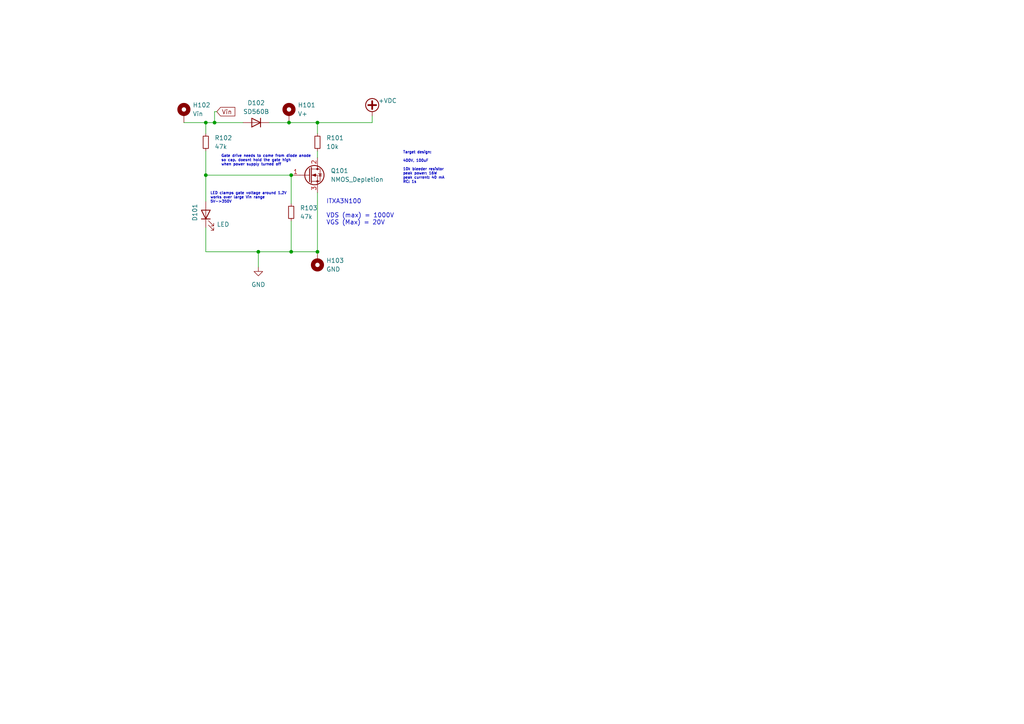
<source format=kicad_sch>
(kicad_sch (version 20230121) (generator eeschema)
  (paper "A4")
  (lib_symbols
    (symbol "Device:D" (pin_numbers hide) (pin_names (offset 1.016) hide)
      (property "Reference" "D" (at 0 2.54 0))
      (property "Value" "D" (at 0 -2.54 0))
      (symbol "D_0_1"
        (polyline (pts (xy -1.27 1.27) (xy -1.27 -1.27)) (stroke (width 0.254)))
        (polyline (pts (xy 1.27 0) (xy -1.27 0)))
        (polyline (pts (xy 1.27 1.27) (xy 1.27 -1.27) (xy -1.27 0) (xy 1.27 1.27)) (stroke (width 0.254)))
      )
      (symbol "D_1_1"
        (pin passive line (at -3.81 0 0) (length 2.54) (name "K") (number "1"))
        (pin passive line (at 3.81 0 180) (length 2.54) (name "A") (number "2"))
      )
    )
    (symbol "Device:LED" (pin_numbers hide) (pin_names (offset 1.016) hide)
      (property "Reference" "D" (at 0 2.54 0))
      (property "Value" "LED" (at 0 -2.54 0))
      (symbol "LED_0_1"
        (polyline (pts (xy -1.27 -1.27) (xy -1.27 1.27)) (stroke (width 0.254)))
        (polyline (pts (xy -1.27 0) (xy 1.27 0)))
        (polyline (pts (xy 1.27 -1.27) (xy 1.27 1.27) (xy -1.27 0) (xy 1.27 -1.27)) (stroke (width 0.254)))
        (polyline (pts (xy -3.048 -0.762) (xy -4.572 -2.286) (xy -3.81 -2.286) (xy -4.572 -2.286) (xy -4.572 -1.524)))
        (polyline (pts (xy -1.778 -0.762) (xy -3.302 -2.286) (xy -2.54 -2.286) (xy -3.302 -2.286) (xy -3.302 -1.524)))
      )
      (symbol "LED_1_1"
        (pin passive line (at -3.81 0 0) (length 2.54) (name "K") (number "1"))
        (pin passive line (at 3.81 0 180) (length 2.54) (name "A") (number "2"))
      )
    )
    (symbol "Device:Q_NMOS_Depletion_GDS" (pin_names (offset 0) hide)
      (property "Reference" "Q" (at 5.08 1.905 0))
      (property "Value" "Q_NMOS_Depletion_GDS" (at 5.08 0 0))
      (symbol "Q_NMOS_Depletion_GDS_0_1"
        (polyline (pts (xy 0.254 0) (xy -2.54 0)))
        (polyline (pts (xy 0.254 1.905) (xy 0.254 -1.905)) (stroke (width 0.254)))
        (polyline (pts (xy 0.762 2.286) (xy 0.762 -2.286)) (stroke (width 0.254)))
        (polyline (pts (xy 2.54 2.54) (xy 2.54 1.778)))
        (polyline (pts (xy 2.54 -2.54) (xy 2.54 0) (xy 0.762 0)))
        (polyline (pts (xy 0.762 -1.778) (xy 3.302 -1.778) (xy 3.302 1.778) (xy 0.762 1.778)))
        (polyline (pts (xy 1.016 0) (xy 2.032 0.381) (xy 2.032 -0.381) (xy 1.016 0)) (fill (type outline)))
        (polyline (pts (xy 2.794 0.508) (xy 2.921 0.381) (xy 3.683 0.381) (xy 3.81 0.254)))
        (polyline (pts (xy 3.302 0.381) (xy 2.921 -0.254) (xy 3.683 -0.254) (xy 3.302 0.381)))
        (circle (center 1.651 0) (radius 2.794) (stroke (width 0.254)))
        (circle (center 2.54 -1.778) (radius 0.254) (fill (type outline)))
        (circle (center 2.54 1.778) (radius 0.254) (fill (type outline)))
      )
      (symbol "Q_NMOS_Depletion_GDS_1_1"
        (pin input line (at -5.08 0 0) (length 2.54) (name "G") (number "1"))
        (pin passive line (at 2.54 5.08 270) (length 2.54) (name "D") (number "2"))
        (pin passive line (at 2.54 -5.08 90) (length 2.54) (name "S") (number "3"))
      )
    )
    (symbol "Device:R_Small" (pin_numbers hide) (pin_names (offset 0.254) hide)
      (property "Reference" "R" (at 0.762 0.508 0))
      (property "Value" "R_Small" (at 0.762 -1.016 0))
      (symbol "R_Small_0_1"
        (rectangle (start -0.762 1.778) (end 0.762 -1.778) (stroke (width 0.2032)))
      )
      (symbol "R_Small_1_1"
        (pin passive line (at 0 2.54 270) (length 0.762) (name "~") (number "1"))
        (pin passive line (at 0 -2.54 90) (length 0.762) (name "~") (number "2"))
      )
    )
    (symbol "Mechanical:MountingHole_Pad" (pin_numbers hide) (pin_names (offset 1.016) hide)
      (property "Reference" "H" (at 0 6.35 0))
      (property "Value" "MountingHole_Pad" (at 0 4.445 0))
      (symbol "MountingHole_Pad_0_1"
        (circle (center 0 1.27) (radius 1.27) (stroke (width 1.27)))
      )
      (symbol "MountingHole_Pad_1_1"
        (pin input line (at 0 -2.54 90) (length 2.54) (name "1") (number "1"))
      )
    )
    (symbol "power:+VDC" (power) (pin_names (offset 0))
      (property "Value" "+VDC" (at 0 6.35 0))
      (symbol "+VDC_0_1"
        (polyline (pts (xy -1.143 3.175) (xy 1.143 3.175)) (stroke (width 0.508)))
        (polyline (pts (xy 0 0) (xy 0 1.27)))
        (polyline (pts (xy 0 2.032) (xy 0 4.318)) (stroke (width 0.508)))
        (circle (center 0 3.175) (radius 1.905) (stroke (width 0.254)))
      )
      (symbol "+VDC_1_1"
        (pin power_in line (at 0 0 90) (length 0) hide (name "+VDC") (number "1"))
      )
    )
    (symbol "power:GND" (power) (pin_names (offset 0))
      (property "Value" "GND" (at 0 -3.81 0))
      (symbol "GND_0_1"
        (polyline (pts (xy 0 0) (xy 0 -1.27) (xy 1.27 -1.27) (xy 0 -2.54) (xy -1.27 -1.27) (xy 0 -1.27)))
      )
      (symbol "GND_1_1"
        (pin power_in line (at 0 0 270) (length 0) hide (name "GND") (number "1"))
      )
    )
  )
  (junction (at 59.69 35.56))
  (junction (at 92.075 73.025))
  (junction (at 84.455 73.025))
  (junction (at 59.69 50.8))
  (junction (at 84.455 50.8))
  (junction (at 62.23 35.56))
  (junction (at 92.075 35.56))
  (junction (at 74.93 73.025))
  (junction (at 83.82 35.56))
  (wire (pts (xy 62.865 32.385) (xy 62.23 32.385)))
  (wire (pts (xy 83.82 35.56) (xy 92.075 35.56)))
  (wire (pts (xy 78.105 35.56) (xy 83.82 35.56)))
  (wire (pts (xy 59.69 38.735) (xy 59.69 35.56)))
  (wire (pts (xy 92.075 73.025) (xy 92.075 55.88)))
  (wire (pts (xy 59.69 43.815) (xy 59.69 50.8)))
  (wire (pts (xy 53.34 35.56) (xy 59.69 35.56)))
  (wire (pts (xy 84.455 64.135) (xy 84.455 73.025)))
  (wire (pts (xy 62.23 32.385) (xy 62.23 35.56)))
  (wire (pts (xy 84.455 73.025) (xy 92.075 73.025)))
  (wire (pts (xy 74.93 73.025) (xy 84.455 73.025)))
  (wire (pts (xy 59.69 50.8) (xy 84.455 50.8)))
  (wire (pts (xy 62.23 35.56) (xy 70.485 35.56)))
  (wire (pts (xy 84.455 50.8) (xy 84.455 59.055)))
  (wire (pts (xy 92.075 35.56) (xy 107.95 35.56)))
  (wire (pts (xy 59.69 73.025) (xy 74.93 73.025)))
  (wire (pts (xy 74.93 77.47) (xy 74.93 73.025)))
  (wire (pts (xy 59.69 50.8) (xy 59.69 58.42)))
  (wire (pts (xy 107.95 35.56) (xy 107.95 33.655)))
  (wire (pts (xy 92.075 43.815) (xy 92.075 45.72)))
  (wire (pts (xy 92.075 35.56) (xy 92.075 38.735)))
  (wire (pts (xy 59.69 66.04) (xy 59.69 73.025)))
  (wire (pts (xy 59.69 35.56) (xy 62.23 35.56)))
  (text "LED clamps gate voltage around 1.2V\nworks over large Vin range\n5V->350V" (at 60.96 59.055 0) (effects (font (size 0.762 0.762)) (justify left bottom)))
  (text "ITXA3N100\n\nVDS (max) = 1000V\nVGS (Max) = 20V\n" (at 94.615 65.405 0) (effects (font (size 1.27 1.27)) (justify left bottom)))
  (text "Gate drive needs to come from diode anode\nso cap. doesnt hold the gate high\nwhen power supply turned off" (at 64.135 48.26 0) (effects (font (size 0.762 0.762)) (justify left bottom)))
  (text "Target design: \n\n400V, 100uF\n\n10k bleeder resistor\npeak power: 16W\npeak current: 40 mA\nRC: 1s" (at 116.84 53.34 0) (effects (font (size 0.762 0.762)) (justify left bottom)))
  (global_label "Vin" (shape input) (at 62.865 32.385 0) (property "Intersheetrefs" "${INTERSHEET_REFS}" (effects hide)))
  (symbol (lib_id "Device:D") (at 74.295 35.56 180) (unit 1)
    (property "Reference" "D102" (at 74.295 29.845 0))
    (property "Value" "SD560B" (at 74.295 32.385 0))
    (property "Footprint" "Diode_SMD:D_SMA-SMB_Universal_Handsoldering" (effects hide))
    (property "Sim.Device" "D" (effects hide))
    (property "Sim.Pins" "1=K 2=A" (effects hide))
    (property "digikey" "1655-SD560BCT-ND " (effects hide))
  )
  (symbol (lib_id "power:+VDC") (at 107.95 33.655 0) (unit 1)
    (property "Reference" "#PWR0102" (effects hide))
    (property "Value" "+VDC" (at 112.395 29.21 0))
  )
  (symbol (lib_id "Device:R_Small") (at 92.075 41.275 0) (unit 1)
    (property "Reference" "R101" (at 94.615 40.005 0) (effects (justify left)))
    (property "Value" "10k" (at 94.615 42.545 0) (effects (justify left)))
    (property "Footprint" "Resistor_SMD:R_2512_6332Metric" (effects hide))
    (property "digikey" "CHP2512-JW-103ELFTR-ND" (effects hide))
  )
  (symbol (lib_id "Device:LED") (at 59.69 62.23 90) (unit 1)
    (property "Reference" "D101" (at 56.515 59.055 0) (effects (justify right)))
    (property "Value" "LED" (at 62.865 65.0875 90) (effects (justify right)))
    (property "Footprint" "LED_THT:LED_D5.0mm" (effects hide))
  )
  (symbol (lib_id "Mechanical:MountingHole_Pad") (at 83.82 33.02 0) (unit 1)
    (property "Reference" "H101" (at 86.36 30.48 0) (effects (justify left)))
    (property "Value" "V+" (at 86.36 33.02 0) (effects (justify left)))
    (property "Footprint" "MountingHole:MountingHole_8.4mm_M8_Pad_TopBottom" (effects hide))
  )
  (symbol (lib_id "Device:Q_NMOS_Depletion_GDS") (at 89.535 50.8 0) (unit 1)
    (property "Reference" "Q101" (at 95.885 49.53 0) (effects (justify left)))
    (property "Value" "NMOS_Depletion" (at 95.885 52.07 0) (effects (justify left)))
    (property "Footprint" "Package_TO_SOT_SMD:TO-263-2" (effects hide))
    (property "digikey" "IXTA3N100D2HV-ND" (effects hide))
  )
  (symbol (lib_id "Device:R_Small") (at 84.455 61.595 0) (unit 1)
    (property "Reference" "R103" (at 86.995 60.325 0) (effects (justify left)))
    (property "Value" "47k" (at 86.995 62.865 0) (effects (justify left)))
    (property "Footprint" "Resistor_SMD:R_0603_1608Metric" (effects hide))
  )
  (symbol (lib_id "power:GND") (at 74.93 77.47 0) (unit 1)
    (property "Reference" "#PWR0103" (effects hide))
    (property "Value" "GND" (at 74.93 82.55 0))
  )
  (symbol (lib_id "Device:R_Small") (at 59.69 41.275 0) (unit 1)
    (property "Reference" "R102" (at 62.23 40.005 0) (effects (justify left)))
    (property "Value" "47k" (at 62.23 42.545 0) (effects (justify left)))
    (property "Footprint" "Resistor_SMD:R_0603_1608Metric" (effects hide))
  )
  (symbol (lib_id "Mechanical:MountingHole_Pad") (at 53.34 33.02 0) (unit 1)
    (property "Reference" "H102" (at 55.88 30.48 0) (effects (justify left)))
    (property "Value" "Vin" (at 55.88 33.02 0) (effects (justify left)))
    (property "Footprint" "MountingHole:MountingHole_8.4mm_M8_Pad_TopBottom" (effects hide))
  )
  (symbol (lib_id "Mechanical:MountingHole_Pad") (at 92.075 75.565 180) (unit 1)
    (property "Reference" "H103" (at 94.615 75.565 0) (effects (justify right)))
    (property "Value" "GND" (at 94.615 78.105 0) (effects (justify right)))
    (property "Footprint" "MountingHole:MountingHole_8.4mm_M8_Pad_TopBottom" (effects hide))
  )
)
</source>
